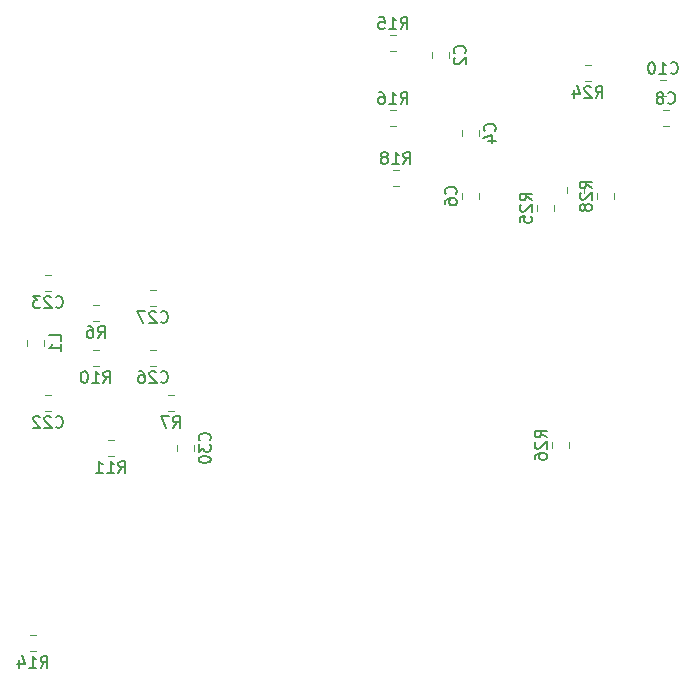
<source format=gbr>
%TF.GenerationSoftware,KiCad,Pcbnew,(5.1.6)-1*%
%TF.CreationDate,2020-10-23T19:33:20-04:00*%
%TF.ProjectId,ECE477,45434534-3737-42e6-9b69-6361645f7063,rev?*%
%TF.SameCoordinates,Original*%
%TF.FileFunction,Legend,Bot*%
%TF.FilePolarity,Positive*%
%FSLAX46Y46*%
G04 Gerber Fmt 4.6, Leading zero omitted, Abs format (unit mm)*
G04 Created by KiCad (PCBNEW (5.1.6)-1) date 2020-10-23 19:33:20*
%MOMM*%
%LPD*%
G01*
G04 APERTURE LIST*
%ADD10C,0.120000*%
%ADD11C,0.150000*%
G04 APERTURE END LIST*
D10*
%TO.C,R28*%
X242010000Y-92693748D02*
X242010000Y-93216252D01*
X240590000Y-92693748D02*
X240590000Y-93216252D01*
%TO.C,R27*%
X238050000Y-92726252D02*
X238050000Y-92203748D01*
X239470000Y-92726252D02*
X239470000Y-92203748D01*
%TO.C,R26*%
X238200000Y-113793748D02*
X238200000Y-114316252D01*
X236780000Y-113793748D02*
X236780000Y-114316252D01*
%TO.C,R25*%
X236930000Y-93718748D02*
X236930000Y-94241252D01*
X235510000Y-93718748D02*
X235510000Y-94241252D01*
%TO.C,R24*%
X239523748Y-81840000D02*
X240046252Y-81840000D01*
X239523748Y-83260000D02*
X240046252Y-83260000D01*
%TO.C,R18*%
X223781252Y-92150000D02*
X223258748Y-92150000D01*
X223781252Y-90730000D02*
X223258748Y-90730000D01*
%TO.C,R16*%
X223536252Y-87070000D02*
X223013748Y-87070000D01*
X223536252Y-85650000D02*
X223013748Y-85650000D01*
%TO.C,R15*%
X223536252Y-80720000D02*
X223013748Y-80720000D01*
X223536252Y-79300000D02*
X223013748Y-79300000D01*
%TO.C,C10*%
X246396252Y-84530000D02*
X245873748Y-84530000D01*
X246396252Y-83110000D02*
X245873748Y-83110000D01*
%TO.C,C8*%
X246641252Y-87070000D02*
X246118748Y-87070000D01*
X246641252Y-85650000D02*
X246118748Y-85650000D01*
%TO.C,C6*%
X230580000Y-92693748D02*
X230580000Y-93216252D01*
X229160000Y-92693748D02*
X229160000Y-93216252D01*
%TO.C,C4*%
X229160000Y-87891252D02*
X229160000Y-87368748D01*
X230580000Y-87891252D02*
X230580000Y-87368748D01*
%TO.C,C2*%
X226620000Y-81296252D02*
X226620000Y-80773748D01*
X228040000Y-81296252D02*
X228040000Y-80773748D01*
%TO.C,C30*%
X205030000Y-114561252D02*
X205030000Y-114038748D01*
X206450000Y-114561252D02*
X206450000Y-114038748D01*
%TO.C,R6*%
X197858748Y-102160000D02*
X198381252Y-102160000D01*
X197858748Y-103580000D02*
X198381252Y-103580000D01*
%TO.C,R14*%
X192533748Y-130100000D02*
X193056252Y-130100000D01*
X192533748Y-131520000D02*
X193056252Y-131520000D01*
%TO.C,R10*%
X197858748Y-107390000D02*
X198381252Y-107390000D01*
X197858748Y-105970000D02*
X198381252Y-105970000D01*
%TO.C,R7*%
X204208748Y-111200000D02*
X204731252Y-111200000D01*
X204208748Y-109780000D02*
X204731252Y-109780000D01*
%TO.C,R11*%
X199128748Y-113590000D02*
X199651252Y-113590000D01*
X199128748Y-115010000D02*
X199651252Y-115010000D01*
%TO.C,L1*%
X192330000Y-105671252D02*
X192330000Y-105148748D01*
X193750000Y-105671252D02*
X193750000Y-105148748D01*
%TO.C,C27*%
X202693748Y-100890000D02*
X203216252Y-100890000D01*
X202693748Y-102310000D02*
X203216252Y-102310000D01*
%TO.C,C26*%
X202693748Y-105970000D02*
X203216252Y-105970000D01*
X202693748Y-107390000D02*
X203216252Y-107390000D01*
%TO.C,C23*%
X193803748Y-99620000D02*
X194326252Y-99620000D01*
X193803748Y-101040000D02*
X194326252Y-101040000D01*
%TO.C,C22*%
X193803748Y-109780000D02*
X194326252Y-109780000D01*
X193803748Y-111200000D02*
X194326252Y-111200000D01*
%TO.C,R28*%
D11*
X240102380Y-92312142D02*
X239626190Y-91978809D01*
X240102380Y-91740714D02*
X239102380Y-91740714D01*
X239102380Y-92121666D01*
X239150000Y-92216904D01*
X239197619Y-92264523D01*
X239292857Y-92312142D01*
X239435714Y-92312142D01*
X239530952Y-92264523D01*
X239578571Y-92216904D01*
X239626190Y-92121666D01*
X239626190Y-91740714D01*
X239197619Y-92693095D02*
X239150000Y-92740714D01*
X239102380Y-92835952D01*
X239102380Y-93074047D01*
X239150000Y-93169285D01*
X239197619Y-93216904D01*
X239292857Y-93264523D01*
X239388095Y-93264523D01*
X239530952Y-93216904D01*
X240102380Y-92645476D01*
X240102380Y-93264523D01*
X239530952Y-93835952D02*
X239483333Y-93740714D01*
X239435714Y-93693095D01*
X239340476Y-93645476D01*
X239292857Y-93645476D01*
X239197619Y-93693095D01*
X239150000Y-93740714D01*
X239102380Y-93835952D01*
X239102380Y-94026428D01*
X239150000Y-94121666D01*
X239197619Y-94169285D01*
X239292857Y-94216904D01*
X239340476Y-94216904D01*
X239435714Y-94169285D01*
X239483333Y-94121666D01*
X239530952Y-94026428D01*
X239530952Y-93835952D01*
X239578571Y-93740714D01*
X239626190Y-93693095D01*
X239721428Y-93645476D01*
X239911904Y-93645476D01*
X240007142Y-93693095D01*
X240054761Y-93740714D01*
X240102380Y-93835952D01*
X240102380Y-94026428D01*
X240054761Y-94121666D01*
X240007142Y-94169285D01*
X239911904Y-94216904D01*
X239721428Y-94216904D01*
X239626190Y-94169285D01*
X239578571Y-94121666D01*
X239530952Y-94026428D01*
%TO.C,R26*%
X236292380Y-113412142D02*
X235816190Y-113078809D01*
X236292380Y-112840714D02*
X235292380Y-112840714D01*
X235292380Y-113221666D01*
X235340000Y-113316904D01*
X235387619Y-113364523D01*
X235482857Y-113412142D01*
X235625714Y-113412142D01*
X235720952Y-113364523D01*
X235768571Y-113316904D01*
X235816190Y-113221666D01*
X235816190Y-112840714D01*
X235387619Y-113793095D02*
X235340000Y-113840714D01*
X235292380Y-113935952D01*
X235292380Y-114174047D01*
X235340000Y-114269285D01*
X235387619Y-114316904D01*
X235482857Y-114364523D01*
X235578095Y-114364523D01*
X235720952Y-114316904D01*
X236292380Y-113745476D01*
X236292380Y-114364523D01*
X235292380Y-115221666D02*
X235292380Y-115031190D01*
X235340000Y-114935952D01*
X235387619Y-114888333D01*
X235530476Y-114793095D01*
X235720952Y-114745476D01*
X236101904Y-114745476D01*
X236197142Y-114793095D01*
X236244761Y-114840714D01*
X236292380Y-114935952D01*
X236292380Y-115126428D01*
X236244761Y-115221666D01*
X236197142Y-115269285D01*
X236101904Y-115316904D01*
X235863809Y-115316904D01*
X235768571Y-115269285D01*
X235720952Y-115221666D01*
X235673333Y-115126428D01*
X235673333Y-114935952D01*
X235720952Y-114840714D01*
X235768571Y-114793095D01*
X235863809Y-114745476D01*
%TO.C,R25*%
X235022380Y-93337142D02*
X234546190Y-93003809D01*
X235022380Y-92765714D02*
X234022380Y-92765714D01*
X234022380Y-93146666D01*
X234070000Y-93241904D01*
X234117619Y-93289523D01*
X234212857Y-93337142D01*
X234355714Y-93337142D01*
X234450952Y-93289523D01*
X234498571Y-93241904D01*
X234546190Y-93146666D01*
X234546190Y-92765714D01*
X234117619Y-93718095D02*
X234070000Y-93765714D01*
X234022380Y-93860952D01*
X234022380Y-94099047D01*
X234070000Y-94194285D01*
X234117619Y-94241904D01*
X234212857Y-94289523D01*
X234308095Y-94289523D01*
X234450952Y-94241904D01*
X235022380Y-93670476D01*
X235022380Y-94289523D01*
X234022380Y-95194285D02*
X234022380Y-94718095D01*
X234498571Y-94670476D01*
X234450952Y-94718095D01*
X234403333Y-94813333D01*
X234403333Y-95051428D01*
X234450952Y-95146666D01*
X234498571Y-95194285D01*
X234593809Y-95241904D01*
X234831904Y-95241904D01*
X234927142Y-95194285D01*
X234974761Y-95146666D01*
X235022380Y-95051428D01*
X235022380Y-94813333D01*
X234974761Y-94718095D01*
X234927142Y-94670476D01*
%TO.C,R24*%
X240427857Y-84652380D02*
X240761190Y-84176190D01*
X240999285Y-84652380D02*
X240999285Y-83652380D01*
X240618333Y-83652380D01*
X240523095Y-83700000D01*
X240475476Y-83747619D01*
X240427857Y-83842857D01*
X240427857Y-83985714D01*
X240475476Y-84080952D01*
X240523095Y-84128571D01*
X240618333Y-84176190D01*
X240999285Y-84176190D01*
X240046904Y-83747619D02*
X239999285Y-83700000D01*
X239904047Y-83652380D01*
X239665952Y-83652380D01*
X239570714Y-83700000D01*
X239523095Y-83747619D01*
X239475476Y-83842857D01*
X239475476Y-83938095D01*
X239523095Y-84080952D01*
X240094523Y-84652380D01*
X239475476Y-84652380D01*
X238618333Y-83985714D02*
X238618333Y-84652380D01*
X238856428Y-83604761D02*
X239094523Y-84319047D01*
X238475476Y-84319047D01*
%TO.C,R18*%
X224162857Y-90242380D02*
X224496190Y-89766190D01*
X224734285Y-90242380D02*
X224734285Y-89242380D01*
X224353333Y-89242380D01*
X224258095Y-89290000D01*
X224210476Y-89337619D01*
X224162857Y-89432857D01*
X224162857Y-89575714D01*
X224210476Y-89670952D01*
X224258095Y-89718571D01*
X224353333Y-89766190D01*
X224734285Y-89766190D01*
X223210476Y-90242380D02*
X223781904Y-90242380D01*
X223496190Y-90242380D02*
X223496190Y-89242380D01*
X223591428Y-89385238D01*
X223686666Y-89480476D01*
X223781904Y-89528095D01*
X222639047Y-89670952D02*
X222734285Y-89623333D01*
X222781904Y-89575714D01*
X222829523Y-89480476D01*
X222829523Y-89432857D01*
X222781904Y-89337619D01*
X222734285Y-89290000D01*
X222639047Y-89242380D01*
X222448571Y-89242380D01*
X222353333Y-89290000D01*
X222305714Y-89337619D01*
X222258095Y-89432857D01*
X222258095Y-89480476D01*
X222305714Y-89575714D01*
X222353333Y-89623333D01*
X222448571Y-89670952D01*
X222639047Y-89670952D01*
X222734285Y-89718571D01*
X222781904Y-89766190D01*
X222829523Y-89861428D01*
X222829523Y-90051904D01*
X222781904Y-90147142D01*
X222734285Y-90194761D01*
X222639047Y-90242380D01*
X222448571Y-90242380D01*
X222353333Y-90194761D01*
X222305714Y-90147142D01*
X222258095Y-90051904D01*
X222258095Y-89861428D01*
X222305714Y-89766190D01*
X222353333Y-89718571D01*
X222448571Y-89670952D01*
%TO.C,R16*%
X223917857Y-85162380D02*
X224251190Y-84686190D01*
X224489285Y-85162380D02*
X224489285Y-84162380D01*
X224108333Y-84162380D01*
X224013095Y-84210000D01*
X223965476Y-84257619D01*
X223917857Y-84352857D01*
X223917857Y-84495714D01*
X223965476Y-84590952D01*
X224013095Y-84638571D01*
X224108333Y-84686190D01*
X224489285Y-84686190D01*
X222965476Y-85162380D02*
X223536904Y-85162380D01*
X223251190Y-85162380D02*
X223251190Y-84162380D01*
X223346428Y-84305238D01*
X223441666Y-84400476D01*
X223536904Y-84448095D01*
X222108333Y-84162380D02*
X222298809Y-84162380D01*
X222394047Y-84210000D01*
X222441666Y-84257619D01*
X222536904Y-84400476D01*
X222584523Y-84590952D01*
X222584523Y-84971904D01*
X222536904Y-85067142D01*
X222489285Y-85114761D01*
X222394047Y-85162380D01*
X222203571Y-85162380D01*
X222108333Y-85114761D01*
X222060714Y-85067142D01*
X222013095Y-84971904D01*
X222013095Y-84733809D01*
X222060714Y-84638571D01*
X222108333Y-84590952D01*
X222203571Y-84543333D01*
X222394047Y-84543333D01*
X222489285Y-84590952D01*
X222536904Y-84638571D01*
X222584523Y-84733809D01*
%TO.C,R15*%
X223917857Y-78812380D02*
X224251190Y-78336190D01*
X224489285Y-78812380D02*
X224489285Y-77812380D01*
X224108333Y-77812380D01*
X224013095Y-77860000D01*
X223965476Y-77907619D01*
X223917857Y-78002857D01*
X223917857Y-78145714D01*
X223965476Y-78240952D01*
X224013095Y-78288571D01*
X224108333Y-78336190D01*
X224489285Y-78336190D01*
X222965476Y-78812380D02*
X223536904Y-78812380D01*
X223251190Y-78812380D02*
X223251190Y-77812380D01*
X223346428Y-77955238D01*
X223441666Y-78050476D01*
X223536904Y-78098095D01*
X222060714Y-77812380D02*
X222536904Y-77812380D01*
X222584523Y-78288571D01*
X222536904Y-78240952D01*
X222441666Y-78193333D01*
X222203571Y-78193333D01*
X222108333Y-78240952D01*
X222060714Y-78288571D01*
X222013095Y-78383809D01*
X222013095Y-78621904D01*
X222060714Y-78717142D01*
X222108333Y-78764761D01*
X222203571Y-78812380D01*
X222441666Y-78812380D01*
X222536904Y-78764761D01*
X222584523Y-78717142D01*
%TO.C,C10*%
X246777857Y-82527142D02*
X246825476Y-82574761D01*
X246968333Y-82622380D01*
X247063571Y-82622380D01*
X247206428Y-82574761D01*
X247301666Y-82479523D01*
X247349285Y-82384285D01*
X247396904Y-82193809D01*
X247396904Y-82050952D01*
X247349285Y-81860476D01*
X247301666Y-81765238D01*
X247206428Y-81670000D01*
X247063571Y-81622380D01*
X246968333Y-81622380D01*
X246825476Y-81670000D01*
X246777857Y-81717619D01*
X245825476Y-82622380D02*
X246396904Y-82622380D01*
X246111190Y-82622380D02*
X246111190Y-81622380D01*
X246206428Y-81765238D01*
X246301666Y-81860476D01*
X246396904Y-81908095D01*
X245206428Y-81622380D02*
X245111190Y-81622380D01*
X245015952Y-81670000D01*
X244968333Y-81717619D01*
X244920714Y-81812857D01*
X244873095Y-82003333D01*
X244873095Y-82241428D01*
X244920714Y-82431904D01*
X244968333Y-82527142D01*
X245015952Y-82574761D01*
X245111190Y-82622380D01*
X245206428Y-82622380D01*
X245301666Y-82574761D01*
X245349285Y-82527142D01*
X245396904Y-82431904D01*
X245444523Y-82241428D01*
X245444523Y-82003333D01*
X245396904Y-81812857D01*
X245349285Y-81717619D01*
X245301666Y-81670000D01*
X245206428Y-81622380D01*
%TO.C,C8*%
X246546666Y-85067142D02*
X246594285Y-85114761D01*
X246737142Y-85162380D01*
X246832380Y-85162380D01*
X246975238Y-85114761D01*
X247070476Y-85019523D01*
X247118095Y-84924285D01*
X247165714Y-84733809D01*
X247165714Y-84590952D01*
X247118095Y-84400476D01*
X247070476Y-84305238D01*
X246975238Y-84210000D01*
X246832380Y-84162380D01*
X246737142Y-84162380D01*
X246594285Y-84210000D01*
X246546666Y-84257619D01*
X245975238Y-84590952D02*
X246070476Y-84543333D01*
X246118095Y-84495714D01*
X246165714Y-84400476D01*
X246165714Y-84352857D01*
X246118095Y-84257619D01*
X246070476Y-84210000D01*
X245975238Y-84162380D01*
X245784761Y-84162380D01*
X245689523Y-84210000D01*
X245641904Y-84257619D01*
X245594285Y-84352857D01*
X245594285Y-84400476D01*
X245641904Y-84495714D01*
X245689523Y-84543333D01*
X245784761Y-84590952D01*
X245975238Y-84590952D01*
X246070476Y-84638571D01*
X246118095Y-84686190D01*
X246165714Y-84781428D01*
X246165714Y-84971904D01*
X246118095Y-85067142D01*
X246070476Y-85114761D01*
X245975238Y-85162380D01*
X245784761Y-85162380D01*
X245689523Y-85114761D01*
X245641904Y-85067142D01*
X245594285Y-84971904D01*
X245594285Y-84781428D01*
X245641904Y-84686190D01*
X245689523Y-84638571D01*
X245784761Y-84590952D01*
%TO.C,C6*%
X228577142Y-92788333D02*
X228624761Y-92740714D01*
X228672380Y-92597857D01*
X228672380Y-92502619D01*
X228624761Y-92359761D01*
X228529523Y-92264523D01*
X228434285Y-92216904D01*
X228243809Y-92169285D01*
X228100952Y-92169285D01*
X227910476Y-92216904D01*
X227815238Y-92264523D01*
X227720000Y-92359761D01*
X227672380Y-92502619D01*
X227672380Y-92597857D01*
X227720000Y-92740714D01*
X227767619Y-92788333D01*
X227672380Y-93645476D02*
X227672380Y-93455000D01*
X227720000Y-93359761D01*
X227767619Y-93312142D01*
X227910476Y-93216904D01*
X228100952Y-93169285D01*
X228481904Y-93169285D01*
X228577142Y-93216904D01*
X228624761Y-93264523D01*
X228672380Y-93359761D01*
X228672380Y-93550238D01*
X228624761Y-93645476D01*
X228577142Y-93693095D01*
X228481904Y-93740714D01*
X228243809Y-93740714D01*
X228148571Y-93693095D01*
X228100952Y-93645476D01*
X228053333Y-93550238D01*
X228053333Y-93359761D01*
X228100952Y-93264523D01*
X228148571Y-93216904D01*
X228243809Y-93169285D01*
%TO.C,C4*%
X231877142Y-87463333D02*
X231924761Y-87415714D01*
X231972380Y-87272857D01*
X231972380Y-87177619D01*
X231924761Y-87034761D01*
X231829523Y-86939523D01*
X231734285Y-86891904D01*
X231543809Y-86844285D01*
X231400952Y-86844285D01*
X231210476Y-86891904D01*
X231115238Y-86939523D01*
X231020000Y-87034761D01*
X230972380Y-87177619D01*
X230972380Y-87272857D01*
X231020000Y-87415714D01*
X231067619Y-87463333D01*
X231305714Y-88320476D02*
X231972380Y-88320476D01*
X230924761Y-88082380D02*
X231639047Y-87844285D01*
X231639047Y-88463333D01*
%TO.C,C2*%
X229337142Y-80868333D02*
X229384761Y-80820714D01*
X229432380Y-80677857D01*
X229432380Y-80582619D01*
X229384761Y-80439761D01*
X229289523Y-80344523D01*
X229194285Y-80296904D01*
X229003809Y-80249285D01*
X228860952Y-80249285D01*
X228670476Y-80296904D01*
X228575238Y-80344523D01*
X228480000Y-80439761D01*
X228432380Y-80582619D01*
X228432380Y-80677857D01*
X228480000Y-80820714D01*
X228527619Y-80868333D01*
X228527619Y-81249285D02*
X228480000Y-81296904D01*
X228432380Y-81392142D01*
X228432380Y-81630238D01*
X228480000Y-81725476D01*
X228527619Y-81773095D01*
X228622857Y-81820714D01*
X228718095Y-81820714D01*
X228860952Y-81773095D01*
X229432380Y-81201666D01*
X229432380Y-81820714D01*
%TO.C,C30*%
X207747142Y-113657142D02*
X207794761Y-113609523D01*
X207842380Y-113466666D01*
X207842380Y-113371428D01*
X207794761Y-113228571D01*
X207699523Y-113133333D01*
X207604285Y-113085714D01*
X207413809Y-113038095D01*
X207270952Y-113038095D01*
X207080476Y-113085714D01*
X206985238Y-113133333D01*
X206890000Y-113228571D01*
X206842380Y-113371428D01*
X206842380Y-113466666D01*
X206890000Y-113609523D01*
X206937619Y-113657142D01*
X206842380Y-113990476D02*
X206842380Y-114609523D01*
X207223333Y-114276190D01*
X207223333Y-114419047D01*
X207270952Y-114514285D01*
X207318571Y-114561904D01*
X207413809Y-114609523D01*
X207651904Y-114609523D01*
X207747142Y-114561904D01*
X207794761Y-114514285D01*
X207842380Y-114419047D01*
X207842380Y-114133333D01*
X207794761Y-114038095D01*
X207747142Y-113990476D01*
X206842380Y-115228571D02*
X206842380Y-115323809D01*
X206890000Y-115419047D01*
X206937619Y-115466666D01*
X207032857Y-115514285D01*
X207223333Y-115561904D01*
X207461428Y-115561904D01*
X207651904Y-115514285D01*
X207747142Y-115466666D01*
X207794761Y-115419047D01*
X207842380Y-115323809D01*
X207842380Y-115228571D01*
X207794761Y-115133333D01*
X207747142Y-115085714D01*
X207651904Y-115038095D01*
X207461428Y-114990476D01*
X207223333Y-114990476D01*
X207032857Y-115038095D01*
X206937619Y-115085714D01*
X206890000Y-115133333D01*
X206842380Y-115228571D01*
%TO.C,R6*%
X198286666Y-104972380D02*
X198620000Y-104496190D01*
X198858095Y-104972380D02*
X198858095Y-103972380D01*
X198477142Y-103972380D01*
X198381904Y-104020000D01*
X198334285Y-104067619D01*
X198286666Y-104162857D01*
X198286666Y-104305714D01*
X198334285Y-104400952D01*
X198381904Y-104448571D01*
X198477142Y-104496190D01*
X198858095Y-104496190D01*
X197429523Y-103972380D02*
X197620000Y-103972380D01*
X197715238Y-104020000D01*
X197762857Y-104067619D01*
X197858095Y-104210476D01*
X197905714Y-104400952D01*
X197905714Y-104781904D01*
X197858095Y-104877142D01*
X197810476Y-104924761D01*
X197715238Y-104972380D01*
X197524761Y-104972380D01*
X197429523Y-104924761D01*
X197381904Y-104877142D01*
X197334285Y-104781904D01*
X197334285Y-104543809D01*
X197381904Y-104448571D01*
X197429523Y-104400952D01*
X197524761Y-104353333D01*
X197715238Y-104353333D01*
X197810476Y-104400952D01*
X197858095Y-104448571D01*
X197905714Y-104543809D01*
%TO.C,R14*%
X193437857Y-132912380D02*
X193771190Y-132436190D01*
X194009285Y-132912380D02*
X194009285Y-131912380D01*
X193628333Y-131912380D01*
X193533095Y-131960000D01*
X193485476Y-132007619D01*
X193437857Y-132102857D01*
X193437857Y-132245714D01*
X193485476Y-132340952D01*
X193533095Y-132388571D01*
X193628333Y-132436190D01*
X194009285Y-132436190D01*
X192485476Y-132912380D02*
X193056904Y-132912380D01*
X192771190Y-132912380D02*
X192771190Y-131912380D01*
X192866428Y-132055238D01*
X192961666Y-132150476D01*
X193056904Y-132198095D01*
X191628333Y-132245714D02*
X191628333Y-132912380D01*
X191866428Y-131864761D02*
X192104523Y-132579047D01*
X191485476Y-132579047D01*
%TO.C,R10*%
X198762857Y-108782380D02*
X199096190Y-108306190D01*
X199334285Y-108782380D02*
X199334285Y-107782380D01*
X198953333Y-107782380D01*
X198858095Y-107830000D01*
X198810476Y-107877619D01*
X198762857Y-107972857D01*
X198762857Y-108115714D01*
X198810476Y-108210952D01*
X198858095Y-108258571D01*
X198953333Y-108306190D01*
X199334285Y-108306190D01*
X197810476Y-108782380D02*
X198381904Y-108782380D01*
X198096190Y-108782380D02*
X198096190Y-107782380D01*
X198191428Y-107925238D01*
X198286666Y-108020476D01*
X198381904Y-108068095D01*
X197191428Y-107782380D02*
X197096190Y-107782380D01*
X197000952Y-107830000D01*
X196953333Y-107877619D01*
X196905714Y-107972857D01*
X196858095Y-108163333D01*
X196858095Y-108401428D01*
X196905714Y-108591904D01*
X196953333Y-108687142D01*
X197000952Y-108734761D01*
X197096190Y-108782380D01*
X197191428Y-108782380D01*
X197286666Y-108734761D01*
X197334285Y-108687142D01*
X197381904Y-108591904D01*
X197429523Y-108401428D01*
X197429523Y-108163333D01*
X197381904Y-107972857D01*
X197334285Y-107877619D01*
X197286666Y-107830000D01*
X197191428Y-107782380D01*
%TO.C,R7*%
X204636666Y-112592380D02*
X204970000Y-112116190D01*
X205208095Y-112592380D02*
X205208095Y-111592380D01*
X204827142Y-111592380D01*
X204731904Y-111640000D01*
X204684285Y-111687619D01*
X204636666Y-111782857D01*
X204636666Y-111925714D01*
X204684285Y-112020952D01*
X204731904Y-112068571D01*
X204827142Y-112116190D01*
X205208095Y-112116190D01*
X204303333Y-111592380D02*
X203636666Y-111592380D01*
X204065238Y-112592380D01*
%TO.C,R11*%
X200032857Y-116402380D02*
X200366190Y-115926190D01*
X200604285Y-116402380D02*
X200604285Y-115402380D01*
X200223333Y-115402380D01*
X200128095Y-115450000D01*
X200080476Y-115497619D01*
X200032857Y-115592857D01*
X200032857Y-115735714D01*
X200080476Y-115830952D01*
X200128095Y-115878571D01*
X200223333Y-115926190D01*
X200604285Y-115926190D01*
X199080476Y-116402380D02*
X199651904Y-116402380D01*
X199366190Y-116402380D02*
X199366190Y-115402380D01*
X199461428Y-115545238D01*
X199556666Y-115640476D01*
X199651904Y-115688095D01*
X198128095Y-116402380D02*
X198699523Y-116402380D01*
X198413809Y-116402380D02*
X198413809Y-115402380D01*
X198509047Y-115545238D01*
X198604285Y-115640476D01*
X198699523Y-115688095D01*
%TO.C,L1*%
X195142380Y-105243333D02*
X195142380Y-104767142D01*
X194142380Y-104767142D01*
X195142380Y-106100476D02*
X195142380Y-105529047D01*
X195142380Y-105814761D02*
X194142380Y-105814761D01*
X194285238Y-105719523D01*
X194380476Y-105624285D01*
X194428095Y-105529047D01*
%TO.C,C27*%
X203597857Y-103607142D02*
X203645476Y-103654761D01*
X203788333Y-103702380D01*
X203883571Y-103702380D01*
X204026428Y-103654761D01*
X204121666Y-103559523D01*
X204169285Y-103464285D01*
X204216904Y-103273809D01*
X204216904Y-103130952D01*
X204169285Y-102940476D01*
X204121666Y-102845238D01*
X204026428Y-102750000D01*
X203883571Y-102702380D01*
X203788333Y-102702380D01*
X203645476Y-102750000D01*
X203597857Y-102797619D01*
X203216904Y-102797619D02*
X203169285Y-102750000D01*
X203074047Y-102702380D01*
X202835952Y-102702380D01*
X202740714Y-102750000D01*
X202693095Y-102797619D01*
X202645476Y-102892857D01*
X202645476Y-102988095D01*
X202693095Y-103130952D01*
X203264523Y-103702380D01*
X202645476Y-103702380D01*
X202312142Y-102702380D02*
X201645476Y-102702380D01*
X202074047Y-103702380D01*
%TO.C,C26*%
X203597857Y-108687142D02*
X203645476Y-108734761D01*
X203788333Y-108782380D01*
X203883571Y-108782380D01*
X204026428Y-108734761D01*
X204121666Y-108639523D01*
X204169285Y-108544285D01*
X204216904Y-108353809D01*
X204216904Y-108210952D01*
X204169285Y-108020476D01*
X204121666Y-107925238D01*
X204026428Y-107830000D01*
X203883571Y-107782380D01*
X203788333Y-107782380D01*
X203645476Y-107830000D01*
X203597857Y-107877619D01*
X203216904Y-107877619D02*
X203169285Y-107830000D01*
X203074047Y-107782380D01*
X202835952Y-107782380D01*
X202740714Y-107830000D01*
X202693095Y-107877619D01*
X202645476Y-107972857D01*
X202645476Y-108068095D01*
X202693095Y-108210952D01*
X203264523Y-108782380D01*
X202645476Y-108782380D01*
X201788333Y-107782380D02*
X201978809Y-107782380D01*
X202074047Y-107830000D01*
X202121666Y-107877619D01*
X202216904Y-108020476D01*
X202264523Y-108210952D01*
X202264523Y-108591904D01*
X202216904Y-108687142D01*
X202169285Y-108734761D01*
X202074047Y-108782380D01*
X201883571Y-108782380D01*
X201788333Y-108734761D01*
X201740714Y-108687142D01*
X201693095Y-108591904D01*
X201693095Y-108353809D01*
X201740714Y-108258571D01*
X201788333Y-108210952D01*
X201883571Y-108163333D01*
X202074047Y-108163333D01*
X202169285Y-108210952D01*
X202216904Y-108258571D01*
X202264523Y-108353809D01*
%TO.C,C23*%
X194707857Y-102337142D02*
X194755476Y-102384761D01*
X194898333Y-102432380D01*
X194993571Y-102432380D01*
X195136428Y-102384761D01*
X195231666Y-102289523D01*
X195279285Y-102194285D01*
X195326904Y-102003809D01*
X195326904Y-101860952D01*
X195279285Y-101670476D01*
X195231666Y-101575238D01*
X195136428Y-101480000D01*
X194993571Y-101432380D01*
X194898333Y-101432380D01*
X194755476Y-101480000D01*
X194707857Y-101527619D01*
X194326904Y-101527619D02*
X194279285Y-101480000D01*
X194184047Y-101432380D01*
X193945952Y-101432380D01*
X193850714Y-101480000D01*
X193803095Y-101527619D01*
X193755476Y-101622857D01*
X193755476Y-101718095D01*
X193803095Y-101860952D01*
X194374523Y-102432380D01*
X193755476Y-102432380D01*
X193422142Y-101432380D02*
X192803095Y-101432380D01*
X193136428Y-101813333D01*
X192993571Y-101813333D01*
X192898333Y-101860952D01*
X192850714Y-101908571D01*
X192803095Y-102003809D01*
X192803095Y-102241904D01*
X192850714Y-102337142D01*
X192898333Y-102384761D01*
X192993571Y-102432380D01*
X193279285Y-102432380D01*
X193374523Y-102384761D01*
X193422142Y-102337142D01*
%TO.C,C22*%
X194707857Y-112497142D02*
X194755476Y-112544761D01*
X194898333Y-112592380D01*
X194993571Y-112592380D01*
X195136428Y-112544761D01*
X195231666Y-112449523D01*
X195279285Y-112354285D01*
X195326904Y-112163809D01*
X195326904Y-112020952D01*
X195279285Y-111830476D01*
X195231666Y-111735238D01*
X195136428Y-111640000D01*
X194993571Y-111592380D01*
X194898333Y-111592380D01*
X194755476Y-111640000D01*
X194707857Y-111687619D01*
X194326904Y-111687619D02*
X194279285Y-111640000D01*
X194184047Y-111592380D01*
X193945952Y-111592380D01*
X193850714Y-111640000D01*
X193803095Y-111687619D01*
X193755476Y-111782857D01*
X193755476Y-111878095D01*
X193803095Y-112020952D01*
X194374523Y-112592380D01*
X193755476Y-112592380D01*
X193374523Y-111687619D02*
X193326904Y-111640000D01*
X193231666Y-111592380D01*
X192993571Y-111592380D01*
X192898333Y-111640000D01*
X192850714Y-111687619D01*
X192803095Y-111782857D01*
X192803095Y-111878095D01*
X192850714Y-112020952D01*
X193422142Y-112592380D01*
X192803095Y-112592380D01*
%TD*%
M02*

</source>
